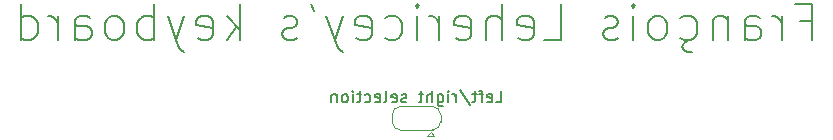
<source format=gbr>
%TF.GenerationSoftware,KiCad,Pcbnew,(6.0.4)*%
%TF.CreationDate,2022-04-25T23:47:20+01:00*%
%TF.ProjectId,pcb,7063622e-6b69-4636-9164-5f7063625858,1*%
%TF.SameCoordinates,Original*%
%TF.FileFunction,Legend,Bot*%
%TF.FilePolarity,Positive*%
%FSLAX46Y46*%
G04 Gerber Fmt 4.6, Leading zero omitted, Abs format (unit mm)*
G04 Created by KiCad (PCBNEW (6.0.4)) date 2022-04-25 23:47:20*
%MOMM*%
%LPD*%
G01*
G04 APERTURE LIST*
G04 Aperture macros list*
%AMFreePoly0*
4,1,22,0.550000,-0.750000,0.000000,-0.750000,0.000000,-0.745033,-0.079941,-0.743568,-0.215256,-0.701293,-0.333266,-0.622738,-0.424486,-0.514219,-0.481581,-0.384460,-0.499164,-0.250000,-0.500000,-0.250000,-0.500000,0.250000,-0.499164,0.250000,-0.499963,0.256109,-0.478152,0.396186,-0.417904,0.524511,-0.324060,0.630769,-0.204165,0.706417,-0.067858,0.745374,0.000000,0.744959,0.000000,0.750000,
0.550000,0.750000,0.550000,-0.750000,0.550000,-0.750000,$1*%
%AMFreePoly1*
4,1,20,0.000000,0.744959,0.073905,0.744508,0.209726,0.703889,0.328688,0.626782,0.421226,0.519385,0.479903,0.390333,0.500000,0.250000,0.500000,-0.250000,0.499851,-0.262216,0.476331,-0.402017,0.414519,-0.529596,0.319384,-0.634700,0.198574,-0.708877,0.061801,-0.746166,0.000000,-0.745033,0.000000,-0.750000,-0.550000,-0.750000,-0.550000,0.750000,0.000000,0.750000,0.000000,0.744959,
0.000000,0.744959,$1*%
G04 Aperture macros list end*
%ADD10C,0.150000*%
%ADD11C,0.120000*%
%ADD12C,2.000000*%
%ADD13C,1.900000*%
%ADD14C,3.450000*%
%ADD15C,2.200000*%
%ADD16C,1.500000*%
%ADD17FreePoly0,180.000000*%
%ADD18R,1.000000X1.500000*%
%ADD19FreePoly1,180.000000*%
G04 APERTURE END LIST*
D10*
X113500000Y-81785714D02*
X114500000Y-81785714D01*
X114500000Y-83357142D02*
X114500000Y-80357142D01*
X113071428Y-80357142D01*
X111928571Y-83357142D02*
X111928571Y-81357142D01*
X111928571Y-81928571D02*
X111785714Y-81642857D01*
X111642857Y-81500000D01*
X111357142Y-81357142D01*
X111071428Y-81357142D01*
X108785714Y-83357142D02*
X108785714Y-81785714D01*
X108928571Y-81500000D01*
X109214285Y-81357142D01*
X109785714Y-81357142D01*
X110071428Y-81500000D01*
X108785714Y-83214285D02*
X109071428Y-83357142D01*
X109785714Y-83357142D01*
X110071428Y-83214285D01*
X110214285Y-82928571D01*
X110214285Y-82642857D01*
X110071428Y-82357142D01*
X109785714Y-82214285D01*
X109071428Y-82214285D01*
X108785714Y-82071428D01*
X107357142Y-81357142D02*
X107357142Y-83357142D01*
X107357142Y-81642857D02*
X107214285Y-81500000D01*
X106928571Y-81357142D01*
X106500000Y-81357142D01*
X106214285Y-81500000D01*
X106071428Y-81785714D01*
X106071428Y-83357142D01*
X103357142Y-83214285D02*
X103642857Y-83357142D01*
X104214285Y-83357142D01*
X104500000Y-83214285D01*
X104642857Y-83071428D01*
X104785714Y-82785714D01*
X104785714Y-81928571D01*
X104642857Y-81642857D01*
X104500000Y-81500000D01*
X104214285Y-81357142D01*
X103642857Y-81357142D01*
X103357142Y-81500000D01*
X103928571Y-83500000D02*
X103642857Y-83642857D01*
X103500000Y-83928571D01*
X103642857Y-84214285D01*
X103928571Y-84357142D01*
X104357142Y-84357142D01*
X101642857Y-83357142D02*
X101928571Y-83214285D01*
X102071428Y-83071428D01*
X102214285Y-82785714D01*
X102214285Y-81928571D01*
X102071428Y-81642857D01*
X101928571Y-81500000D01*
X101642857Y-81357142D01*
X101214285Y-81357142D01*
X100928571Y-81500000D01*
X100785714Y-81642857D01*
X100642857Y-81928571D01*
X100642857Y-82785714D01*
X100785714Y-83071428D01*
X100928571Y-83214285D01*
X101214285Y-83357142D01*
X101642857Y-83357142D01*
X99357142Y-83357142D02*
X99357142Y-81357142D01*
X99357142Y-80357142D02*
X99500000Y-80500000D01*
X99357142Y-80642857D01*
X99214285Y-80500000D01*
X99357142Y-80357142D01*
X99357142Y-80642857D01*
X98071428Y-83214285D02*
X97785714Y-83357142D01*
X97214285Y-83357142D01*
X96928571Y-83214285D01*
X96785714Y-82928571D01*
X96785714Y-82785714D01*
X96928571Y-82500000D01*
X97214285Y-82357142D01*
X97642857Y-82357142D01*
X97928571Y-82214285D01*
X98071428Y-81928571D01*
X98071428Y-81785714D01*
X97928571Y-81500000D01*
X97642857Y-81357142D01*
X97214285Y-81357142D01*
X96928571Y-81500000D01*
X91785714Y-83357142D02*
X93214285Y-83357142D01*
X93214285Y-80357142D01*
X89642857Y-83214285D02*
X89928571Y-83357142D01*
X90500000Y-83357142D01*
X90785714Y-83214285D01*
X90928571Y-82928571D01*
X90928571Y-81785714D01*
X90785714Y-81500000D01*
X90500000Y-81357142D01*
X89928571Y-81357142D01*
X89642857Y-81500000D01*
X89500000Y-81785714D01*
X89500000Y-82071428D01*
X90928571Y-82357142D01*
X88214285Y-83357142D02*
X88214285Y-80357142D01*
X86928571Y-83357142D02*
X86928571Y-81785714D01*
X87071428Y-81500000D01*
X87357142Y-81357142D01*
X87785714Y-81357142D01*
X88071428Y-81500000D01*
X88214285Y-81642857D01*
X84357142Y-83214285D02*
X84642857Y-83357142D01*
X85214285Y-83357142D01*
X85500000Y-83214285D01*
X85642857Y-82928571D01*
X85642857Y-81785714D01*
X85500000Y-81500000D01*
X85214285Y-81357142D01*
X84642857Y-81357142D01*
X84357142Y-81500000D01*
X84214285Y-81785714D01*
X84214285Y-82071428D01*
X85642857Y-82357142D01*
X82928571Y-83357142D02*
X82928571Y-81357142D01*
X82928571Y-81928571D02*
X82785714Y-81642857D01*
X82642857Y-81500000D01*
X82357142Y-81357142D01*
X82071428Y-81357142D01*
X81071428Y-83357142D02*
X81071428Y-81357142D01*
X81071428Y-80357142D02*
X81214285Y-80500000D01*
X81071428Y-80642857D01*
X80928571Y-80500000D01*
X81071428Y-80357142D01*
X81071428Y-80642857D01*
X78357142Y-83214285D02*
X78642857Y-83357142D01*
X79214285Y-83357142D01*
X79500000Y-83214285D01*
X79642857Y-83071428D01*
X79785714Y-82785714D01*
X79785714Y-81928571D01*
X79642857Y-81642857D01*
X79500000Y-81500000D01*
X79214285Y-81357142D01*
X78642857Y-81357142D01*
X78357142Y-81500000D01*
X75928571Y-83214285D02*
X76214285Y-83357142D01*
X76785714Y-83357142D01*
X77071428Y-83214285D01*
X77214285Y-82928571D01*
X77214285Y-81785714D01*
X77071428Y-81500000D01*
X76785714Y-81357142D01*
X76214285Y-81357142D01*
X75928571Y-81500000D01*
X75785714Y-81785714D01*
X75785714Y-82071428D01*
X77214285Y-82357142D01*
X74785714Y-81357142D02*
X74071428Y-83357142D01*
X73357142Y-81357142D02*
X74071428Y-83357142D01*
X74357142Y-84071428D01*
X74500000Y-84214285D01*
X74785714Y-84357142D01*
X72071428Y-80357142D02*
X72357142Y-80928571D01*
X70928571Y-83214285D02*
X70642857Y-83357142D01*
X70071428Y-83357142D01*
X69785714Y-83214285D01*
X69642857Y-82928571D01*
X69642857Y-82785714D01*
X69785714Y-82500000D01*
X70071428Y-82357142D01*
X70500000Y-82357142D01*
X70785714Y-82214285D01*
X70928571Y-81928571D01*
X70928571Y-81785714D01*
X70785714Y-81500000D01*
X70500000Y-81357142D01*
X70071428Y-81357142D01*
X69785714Y-81500000D01*
X66071428Y-83357142D02*
X66071428Y-80357142D01*
X65785714Y-82214285D02*
X64928571Y-83357142D01*
X64928571Y-81357142D02*
X66071428Y-82500000D01*
X62500000Y-83214285D02*
X62785714Y-83357142D01*
X63357142Y-83357142D01*
X63642857Y-83214285D01*
X63785714Y-82928571D01*
X63785714Y-81785714D01*
X63642857Y-81500000D01*
X63357142Y-81357142D01*
X62785714Y-81357142D01*
X62500000Y-81500000D01*
X62357142Y-81785714D01*
X62357142Y-82071428D01*
X63785714Y-82357142D01*
X61357142Y-81357142D02*
X60642857Y-83357142D01*
X59928571Y-81357142D02*
X60642857Y-83357142D01*
X60928571Y-84071428D01*
X61071428Y-84214285D01*
X61357142Y-84357142D01*
X58785714Y-83357142D02*
X58785714Y-80357142D01*
X58785714Y-81500000D02*
X58500000Y-81357142D01*
X57928571Y-81357142D01*
X57642857Y-81500000D01*
X57500000Y-81642857D01*
X57357142Y-81928571D01*
X57357142Y-82785714D01*
X57500000Y-83071428D01*
X57642857Y-83214285D01*
X57928571Y-83357142D01*
X58500000Y-83357142D01*
X58785714Y-83214285D01*
X55642857Y-83357142D02*
X55928571Y-83214285D01*
X56071428Y-83071428D01*
X56214285Y-82785714D01*
X56214285Y-81928571D01*
X56071428Y-81642857D01*
X55928571Y-81500000D01*
X55642857Y-81357142D01*
X55214285Y-81357142D01*
X54928571Y-81500000D01*
X54785714Y-81642857D01*
X54642857Y-81928571D01*
X54642857Y-82785714D01*
X54785714Y-83071428D01*
X54928571Y-83214285D01*
X55214285Y-83357142D01*
X55642857Y-83357142D01*
X52071428Y-83357142D02*
X52071428Y-81785714D01*
X52214285Y-81500000D01*
X52500000Y-81357142D01*
X53071428Y-81357142D01*
X53357142Y-81500000D01*
X52071428Y-83214285D02*
X52357142Y-83357142D01*
X53071428Y-83357142D01*
X53357142Y-83214285D01*
X53500000Y-82928571D01*
X53500000Y-82642857D01*
X53357142Y-82357142D01*
X53071428Y-82214285D01*
X52357142Y-82214285D01*
X52071428Y-82071428D01*
X50642857Y-83357142D02*
X50642857Y-81357142D01*
X50642857Y-81928571D02*
X50500000Y-81642857D01*
X50357142Y-81500000D01*
X50071428Y-81357142D01*
X49785714Y-81357142D01*
X47500000Y-83357142D02*
X47500000Y-80357142D01*
X47500000Y-83214285D02*
X47785714Y-83357142D01*
X48357142Y-83357142D01*
X48642857Y-83214285D01*
X48785714Y-83071428D01*
X48928571Y-82785714D01*
X48928571Y-81928571D01*
X48785714Y-81642857D01*
X48642857Y-81500000D01*
X48357142Y-81357142D01*
X47785714Y-81357142D01*
X47500000Y-81500000D01*
%TO.C,Left/right selection*%
X87714285Y-88652380D02*
X88190476Y-88652380D01*
X88190476Y-87652380D01*
X87000000Y-88604761D02*
X87095238Y-88652380D01*
X87285714Y-88652380D01*
X87380952Y-88604761D01*
X87428571Y-88509523D01*
X87428571Y-88128571D01*
X87380952Y-88033333D01*
X87285714Y-87985714D01*
X87095238Y-87985714D01*
X87000000Y-88033333D01*
X86952380Y-88128571D01*
X86952380Y-88223809D01*
X87428571Y-88319047D01*
X86666666Y-87985714D02*
X86285714Y-87985714D01*
X86523809Y-88652380D02*
X86523809Y-87795238D01*
X86476190Y-87700000D01*
X86380952Y-87652380D01*
X86285714Y-87652380D01*
X86095238Y-87985714D02*
X85714285Y-87985714D01*
X85952380Y-87652380D02*
X85952380Y-88509523D01*
X85904761Y-88604761D01*
X85809523Y-88652380D01*
X85714285Y-88652380D01*
X84666666Y-87604761D02*
X85523809Y-88890476D01*
X84333333Y-88652380D02*
X84333333Y-87985714D01*
X84333333Y-88176190D02*
X84285714Y-88080952D01*
X84238095Y-88033333D01*
X84142857Y-87985714D01*
X84047619Y-87985714D01*
X83714285Y-88652380D02*
X83714285Y-87985714D01*
X83714285Y-87652380D02*
X83761904Y-87700000D01*
X83714285Y-87747619D01*
X83666666Y-87700000D01*
X83714285Y-87652380D01*
X83714285Y-87747619D01*
X82809523Y-87985714D02*
X82809523Y-88795238D01*
X82857142Y-88890476D01*
X82904761Y-88938095D01*
X83000000Y-88985714D01*
X83142857Y-88985714D01*
X83238095Y-88938095D01*
X82809523Y-88604761D02*
X82904761Y-88652380D01*
X83095238Y-88652380D01*
X83190476Y-88604761D01*
X83238095Y-88557142D01*
X83285714Y-88461904D01*
X83285714Y-88176190D01*
X83238095Y-88080952D01*
X83190476Y-88033333D01*
X83095238Y-87985714D01*
X82904761Y-87985714D01*
X82809523Y-88033333D01*
X82333333Y-88652380D02*
X82333333Y-87652380D01*
X81904761Y-88652380D02*
X81904761Y-88128571D01*
X81952380Y-88033333D01*
X82047619Y-87985714D01*
X82190476Y-87985714D01*
X82285714Y-88033333D01*
X82333333Y-88080952D01*
X81571428Y-87985714D02*
X81190476Y-87985714D01*
X81428571Y-87652380D02*
X81428571Y-88509523D01*
X81380952Y-88604761D01*
X81285714Y-88652380D01*
X81190476Y-88652380D01*
X80142857Y-88604761D02*
X80047619Y-88652380D01*
X79857142Y-88652380D01*
X79761904Y-88604761D01*
X79714285Y-88509523D01*
X79714285Y-88461904D01*
X79761904Y-88366666D01*
X79857142Y-88319047D01*
X80000000Y-88319047D01*
X80095238Y-88271428D01*
X80142857Y-88176190D01*
X80142857Y-88128571D01*
X80095238Y-88033333D01*
X80000000Y-87985714D01*
X79857142Y-87985714D01*
X79761904Y-88033333D01*
X78904761Y-88604761D02*
X79000000Y-88652380D01*
X79190476Y-88652380D01*
X79285714Y-88604761D01*
X79333333Y-88509523D01*
X79333333Y-88128571D01*
X79285714Y-88033333D01*
X79190476Y-87985714D01*
X79000000Y-87985714D01*
X78904761Y-88033333D01*
X78857142Y-88128571D01*
X78857142Y-88223809D01*
X79333333Y-88319047D01*
X78285714Y-88652380D02*
X78380952Y-88604761D01*
X78428571Y-88509523D01*
X78428571Y-87652380D01*
X77523809Y-88604761D02*
X77619047Y-88652380D01*
X77809523Y-88652380D01*
X77904761Y-88604761D01*
X77952380Y-88509523D01*
X77952380Y-88128571D01*
X77904761Y-88033333D01*
X77809523Y-87985714D01*
X77619047Y-87985714D01*
X77523809Y-88033333D01*
X77476190Y-88128571D01*
X77476190Y-88223809D01*
X77952380Y-88319047D01*
X76619047Y-88604761D02*
X76714285Y-88652380D01*
X76904761Y-88652380D01*
X77000000Y-88604761D01*
X77047619Y-88557142D01*
X77095238Y-88461904D01*
X77095238Y-88176190D01*
X77047619Y-88080952D01*
X77000000Y-88033333D01*
X76904761Y-87985714D01*
X76714285Y-87985714D01*
X76619047Y-88033333D01*
X76333333Y-87985714D02*
X75952380Y-87985714D01*
X76190476Y-87652380D02*
X76190476Y-88509523D01*
X76142857Y-88604761D01*
X76047619Y-88652380D01*
X75952380Y-88652380D01*
X75619047Y-88652380D02*
X75619047Y-87985714D01*
X75619047Y-87652380D02*
X75666666Y-87700000D01*
X75619047Y-87747619D01*
X75571428Y-87700000D01*
X75619047Y-87652380D01*
X75619047Y-87747619D01*
X75000000Y-88652380D02*
X75095238Y-88604761D01*
X75142857Y-88557142D01*
X75190476Y-88461904D01*
X75190476Y-88176190D01*
X75142857Y-88080952D01*
X75095238Y-88033333D01*
X75000000Y-87985714D01*
X74857142Y-87985714D01*
X74761904Y-88033333D01*
X74714285Y-88080952D01*
X74666666Y-88176190D01*
X74666666Y-88461904D01*
X74714285Y-88557142D01*
X74761904Y-88604761D01*
X74857142Y-88652380D01*
X75000000Y-88652380D01*
X74238095Y-87985714D02*
X74238095Y-88652380D01*
X74238095Y-88080952D02*
X74190476Y-88033333D01*
X74095238Y-87985714D01*
X73952380Y-87985714D01*
X73857142Y-88033333D01*
X73809523Y-88128571D01*
X73809523Y-88652380D01*
D11*
X82400000Y-89000000D02*
X79600000Y-89000000D01*
X78950000Y-89700000D02*
X78950000Y-90300000D01*
X82200000Y-91200000D02*
X81900000Y-91500000D01*
X79600000Y-91000000D02*
X82400000Y-91000000D01*
X83050000Y-90300000D02*
X83050000Y-89700000D01*
X82500000Y-91500000D02*
X81900000Y-91500000D01*
X82200000Y-91200000D02*
X82500000Y-91500000D01*
X83050000Y-89700000D02*
G75*
G03*
X82350000Y-89000000I-699999J1D01*
G01*
X78950000Y-90300000D02*
G75*
G03*
X79650000Y-91000000I700000J0D01*
G01*
X82350000Y-91000000D02*
G75*
G03*
X83050000Y-90300000I1J699999D01*
G01*
X79650000Y-89000000D02*
G75*
G03*
X78950000Y-89700000I0J-700000D01*
G01*
%TD*%
%LPC*%
D12*
%TO.C,REF\u002A\u002A*%
X117000000Y-161500000D03*
%TD*%
%TO.C,REF\u002A\u002A*%
X81000000Y-161500000D03*
%TD*%
%TO.C,REF\u002A\u002A*%
X45000000Y-161500000D03*
%TD*%
%TO.C,REF\u002A\u002A*%
X45000000Y-127500000D03*
%TD*%
%TO.C,REF\u002A\u002A*%
X81000000Y-127500000D03*
%TD*%
%TO.C,REF\u002A\u002A*%
X117000000Y-127500000D03*
%TD*%
%TO.C,REF\u002A\u002A*%
X117000000Y-93500000D03*
%TD*%
%TO.C,REF\u002A\u002A*%
X81000000Y-93500000D03*
%TD*%
%TO.C,REF\u002A\u002A*%
X45000000Y-93500000D03*
%TD*%
D13*
%TO.C,B4*%
X41500000Y-170000000D03*
D14*
X36000000Y-170000000D03*
D13*
X30500000Y-170000000D03*
D15*
X36000000Y-164100000D03*
X41000000Y-166200000D03*
%TD*%
D13*
%TO.C,B0*%
X30500000Y-102000000D03*
D14*
X36000000Y-102000000D03*
D13*
X41500000Y-102000000D03*
D15*
X36000000Y-96100000D03*
X41000000Y-98200000D03*
%TD*%
%TO.C,B10*%
X59000000Y-98200000D03*
X54000000Y-96100000D03*
D13*
X59500000Y-102000000D03*
D14*
X54000000Y-102000000D03*
D13*
X48500000Y-102000000D03*
%TD*%
D15*
%TO.C,B16*%
X77000000Y-98200000D03*
X72000000Y-96100000D03*
D13*
X66500000Y-102000000D03*
X77500000Y-102000000D03*
D14*
X72000000Y-102000000D03*
%TD*%
D12*
%TO.C,U1*%
X33125000Y-89320000D03*
X38875000Y-89320000D03*
X38875000Y-85570000D03*
X38875000Y-82370000D03*
X38875000Y-79170000D03*
X33125000Y-79170000D03*
D16*
X36000000Y-89170000D03*
X36000000Y-79870000D03*
%TD*%
D14*
%TO.C,B26*%
X108000000Y-136000000D03*
D13*
X113500000Y-136000000D03*
X102500000Y-136000000D03*
D15*
X108000000Y-130100000D03*
X113000000Y-132200000D03*
%TD*%
D12*
%TO.C,U2*%
X128875000Y-89320000D03*
X123125000Y-89320000D03*
X128875000Y-85570000D03*
X128875000Y-82370000D03*
X128875000Y-79170000D03*
X123125000Y-79170000D03*
D16*
X126000000Y-79870000D03*
X126000000Y-89170000D03*
%TD*%
D14*
%TO.C,B6*%
X54000000Y-153000000D03*
D13*
X48500000Y-153000000D03*
X59500000Y-153000000D03*
D15*
X54000000Y-147100000D03*
X59000000Y-149200000D03*
%TD*%
D14*
%TO.C,B23*%
X108000000Y-170000000D03*
D13*
X113500000Y-170000000D03*
X102500000Y-170000000D03*
D15*
X108000000Y-164100000D03*
X113000000Y-166200000D03*
%TD*%
%TO.C,B25*%
X95000000Y-98200000D03*
X90000000Y-96100000D03*
D13*
X84500000Y-102000000D03*
D14*
X90000000Y-102000000D03*
D13*
X95500000Y-102000000D03*
%TD*%
D14*
%TO.C,B5*%
X54000000Y-170000000D03*
D13*
X59500000Y-170000000D03*
X48500000Y-170000000D03*
D15*
X54000000Y-164100000D03*
X59000000Y-166200000D03*
%TD*%
D13*
%TO.C,B32*%
X131500000Y-136000000D03*
D14*
X126000000Y-136000000D03*
D13*
X120500000Y-136000000D03*
D15*
X126000000Y-130100000D03*
X131000000Y-132200000D03*
%TD*%
D13*
%TO.C,B15*%
X77500000Y-119000000D03*
X66500000Y-119000000D03*
D14*
X72000000Y-119000000D03*
D15*
X72000000Y-113100000D03*
X77000000Y-115200000D03*
%TD*%
D14*
%TO.C,B13*%
X72000000Y-153000000D03*
D13*
X77500000Y-153000000D03*
X66500000Y-153000000D03*
D15*
X72000000Y-147100000D03*
X77000000Y-149200000D03*
%TD*%
D13*
%TO.C,B7*%
X48500000Y-136000000D03*
X59500000Y-136000000D03*
D14*
X54000000Y-136000000D03*
D15*
X54000000Y-130100000D03*
X59000000Y-132200000D03*
%TD*%
D13*
%TO.C,B20*%
X84500000Y-153000000D03*
X95500000Y-153000000D03*
D14*
X90000000Y-153000000D03*
D15*
X90000000Y-147100000D03*
X95000000Y-149200000D03*
%TD*%
D13*
%TO.C,B24*%
X113500000Y-153000000D03*
X102500000Y-153000000D03*
D14*
X108000000Y-153000000D03*
D15*
X108000000Y-147100000D03*
X113000000Y-149200000D03*
%TD*%
D14*
%TO.C,B27*%
X108000000Y-119000000D03*
D13*
X113500000Y-119000000D03*
X102500000Y-119000000D03*
D15*
X108000000Y-113100000D03*
X113000000Y-115200000D03*
%TD*%
D13*
%TO.C,B21*%
X95500000Y-136000000D03*
D14*
X90000000Y-136000000D03*
D13*
X84500000Y-136000000D03*
D15*
X90000000Y-130100000D03*
X95000000Y-132200000D03*
%TD*%
D13*
%TO.C,B22*%
X84500000Y-119000000D03*
D14*
X90000000Y-119000000D03*
D13*
X95500000Y-119000000D03*
D15*
X90000000Y-113100000D03*
X95000000Y-115200000D03*
%TD*%
D14*
%TO.C,B3*%
X36000000Y-153000000D03*
D13*
X41500000Y-153000000D03*
X30500000Y-153000000D03*
D15*
X36000000Y-147100000D03*
X41000000Y-149200000D03*
%TD*%
D14*
%TO.C,B2*%
X36000000Y-136000000D03*
D13*
X41500000Y-136000000D03*
X30500000Y-136000000D03*
D15*
X36000000Y-130100000D03*
X41000000Y-132200000D03*
%TD*%
D13*
%TO.C,B35*%
X131500000Y-102000000D03*
X120500000Y-102000000D03*
D14*
X126000000Y-102000000D03*
D15*
X126000000Y-96100000D03*
X131000000Y-98200000D03*
%TD*%
D13*
%TO.C,B12*%
X77500000Y-170000000D03*
X66500000Y-170000000D03*
D14*
X72000000Y-170000000D03*
D15*
X72000000Y-164100000D03*
X77000000Y-166200000D03*
%TD*%
D14*
%TO.C,B1*%
X36000000Y-119000000D03*
D13*
X30500000Y-119000000D03*
X41500000Y-119000000D03*
D15*
X36000000Y-113100000D03*
X41000000Y-115200000D03*
%TD*%
D14*
%TO.C,B17*%
X90000000Y-170000000D03*
D13*
X95500000Y-170000000D03*
X84500000Y-170000000D03*
D15*
X90000000Y-164100000D03*
X95000000Y-166200000D03*
%TD*%
D14*
%TO.C,B11*%
X54000000Y-119000000D03*
D13*
X48500000Y-119000000D03*
X59500000Y-119000000D03*
D15*
X54000000Y-113100000D03*
X59000000Y-115200000D03*
%TD*%
D13*
%TO.C,B31*%
X131500000Y-153000000D03*
D14*
X126000000Y-153000000D03*
D13*
X120500000Y-153000000D03*
D15*
X126000000Y-147100000D03*
X131000000Y-149200000D03*
%TD*%
%TO.C,B33*%
X113000000Y-98200000D03*
X108000000Y-96100000D03*
D13*
X113500000Y-102000000D03*
D14*
X108000000Y-102000000D03*
D13*
X102500000Y-102000000D03*
%TD*%
%TO.C,B14*%
X66500000Y-136000000D03*
D14*
X72000000Y-136000000D03*
D13*
X77500000Y-136000000D03*
D15*
X72000000Y-130100000D03*
X77000000Y-132200000D03*
%TD*%
D13*
%TO.C,B34*%
X120500000Y-119000000D03*
D14*
X126000000Y-119000000D03*
D13*
X131500000Y-119000000D03*
D15*
X126000000Y-113100000D03*
X131000000Y-115200000D03*
%TD*%
D14*
%TO.C,B30*%
X126000000Y-170000000D03*
D13*
X120500000Y-170000000D03*
X131500000Y-170000000D03*
D15*
X126000000Y-164100000D03*
X131000000Y-166200000D03*
%TD*%
D17*
%TO.C,Left/right selection*%
X82300000Y-90000000D03*
D18*
X81000000Y-90000000D03*
D19*
X79700000Y-90000000D03*
%TD*%
M02*

</source>
